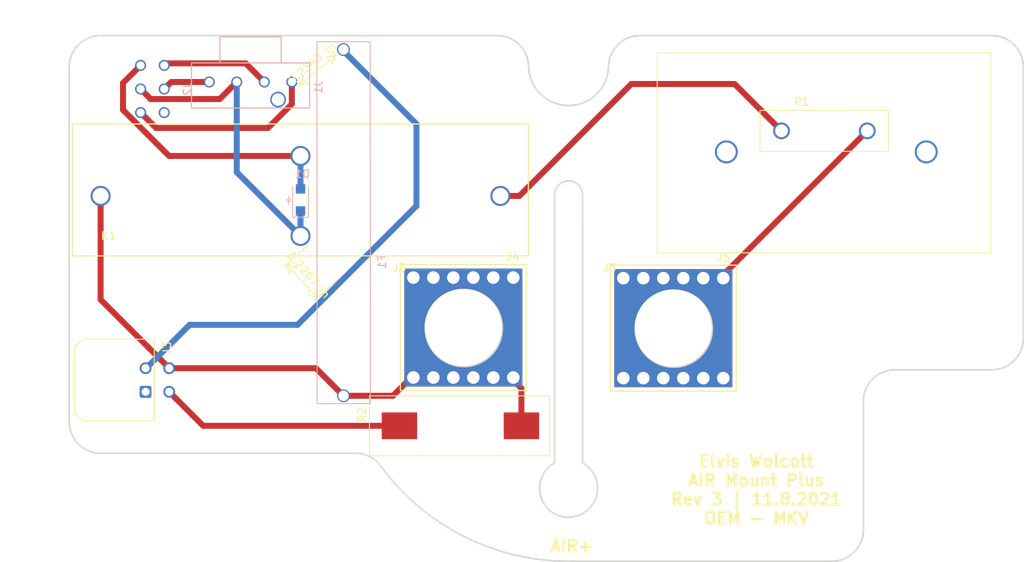
<source format=kicad_pcb>
(kicad_pcb (version 20171130) (host pcbnew 5.99.0+really5.1.10+dfsg1-1)

  (general
    (thickness 1.6)
    (drawings 29)
    (tracks 46)
    (zones 0)
    (modules 10)
    (nets 13)
  )

  (page A4)
  (layers
    (0 F.Cu signal)
    (31 B.Cu signal)
    (32 B.Adhes user)
    (33 F.Adhes user)
    (34 B.Paste user)
    (35 F.Paste user)
    (36 B.SilkS user)
    (37 F.SilkS user)
    (38 B.Mask user)
    (39 F.Mask user)
    (40 Dwgs.User user)
    (41 Cmts.User user)
    (42 Eco1.User user)
    (43 Eco2.User user)
    (44 Edge.Cuts user)
    (45 Margin user)
    (46 B.CrtYd user)
    (47 F.CrtYd user)
    (48 B.Fab user)
    (49 F.Fab user hide)
  )

  (setup
    (last_trace_width 0.762)
    (user_trace_width 0.4064)
    (user_trace_width 0.762)
    (trace_clearance 0.2)
    (zone_clearance 0.508)
    (zone_45_only no)
    (trace_min 0.2)
    (via_size 0.8)
    (via_drill 0.4)
    (via_min_size 0.4)
    (via_min_drill 0.3)
    (uvia_size 0.3)
    (uvia_drill 0.1)
    (uvias_allowed no)
    (uvia_min_size 0.2)
    (uvia_min_drill 0.1)
    (edge_width 0.05)
    (segment_width 0.2)
    (pcb_text_width 0.3)
    (pcb_text_size 1.5 1.5)
    (mod_edge_width 0.12)
    (mod_text_size 1 1)
    (mod_text_width 0.15)
    (pad_size 1.524 1.524)
    (pad_drill 0.762)
    (pad_to_mask_clearance 0.051)
    (solder_mask_min_width 0.25)
    (aux_axis_origin 0 0)
    (visible_elements FFFFFF7F)
    (pcbplotparams
      (layerselection 0x010fc_ffffffff)
      (usegerberextensions true)
      (usegerberattributes false)
      (usegerberadvancedattributes false)
      (creategerberjobfile false)
      (excludeedgelayer true)
      (linewidth 0.100000)
      (plotframeref false)
      (viasonmask false)
      (mode 1)
      (useauxorigin false)
      (hpglpennumber 1)
      (hpglpenspeed 20)
      (hpglpendiameter 15.000000)
      (psnegative false)
      (psa4output false)
      (plotreference true)
      (plotvalue true)
      (plotinvisibletext false)
      (padsonsilk false)
      (subtractmaskfromsilk false)
      (outputformat 1)
      (mirror false)
      (drillshape 0)
      (scaleselection 1)
      (outputdirectory "Airplus_gerbs"))
  )

  (net 0 "")
  (net 1 "Net-(K1-Pad2)")
  (net 2 /Coil+)
  (net 3 /GND)
  (net 4 /AUX-)
  (net 5 /Coil-)
  (net 6 "Net-(J2-Pad6)")
  (net 7 /AUX+)
  (net 8 /TSAL-)
  (net 9 /HV_TS_Fused-)
  (net 10 /HV_TS-)
  (net 11 /HV_TSMP-)
  (net 12 /HV_BAT-)

  (net_class Default "This is the default net class."
    (clearance 0.2)
    (trace_width 0.25)
    (via_dia 0.8)
    (via_drill 0.4)
    (uvia_dia 0.3)
    (uvia_drill 0.1)
    (add_net /AUX+)
    (add_net /AUX-)
    (add_net /Coil+)
    (add_net /Coil-)
    (add_net /GND)
    (add_net /HV_BAT-)
    (add_net /HV_TS-)
    (add_net /HV_TSMP-)
    (add_net /HV_TS_Fused-)
    (add_net /TSAL-)
    (add_net "Net-(J2-Pad6)")
    (add_net "Net-(K1-Pad2)")
  )

  (module footprints:Ultrafit_4 (layer B.Cu) (tedit 5C9D7519) (tstamp 5E226C84)
    (at 83.058 75.819 270)
    (path /5DB02E97)
    (fp_text reference J1 (at 0.66 -8.62 90) (layer B.SilkS)
      (effects (font (size 1 1) (thickness 0.15)) (justify mirror))
    )
    (fp_text value UF_4_VT (at 4.572 -0.508 180) (layer B.Fab) hide
      (effects (font (size 1 1) (thickness 0.15)) (justify mirror))
    )
    (fp_line (start 3.302 -7.5) (end 3.302 7.5) (layer B.SilkS) (width 0.15))
    (fp_line (start -2.42 -7.5) (end -2.42 7.5) (layer B.SilkS) (width 0.15))
    (fp_line (start -2.42 7.5) (end 3.302 7.5) (layer B.SilkS) (width 0.15))
    (fp_line (start -2.42 -7.5) (end 3.302 -7.5) (layer B.SilkS) (width 0.15))
    (fp_line (start -5.73 -3.9) (end -2.42 -3.9) (layer B.SilkS) (width 0.15))
    (fp_line (start -5.73 3.9) (end -5.73 -3.9) (layer B.SilkS) (width 0.15))
    (fp_line (start -2.42 3.9) (end -5.73 3.9) (layer B.SilkS) (width 0.15))
    (fp_line (start -5.588 -3.81) (end -5.588 3.81) (layer B.Fab) (width 0.15))
    (fp_line (start -2.54 -3.81) (end -5.588 -3.81) (layer B.Fab) (width 0.15))
    (fp_line (start -2.54 3.81) (end -2.54 -3.81) (layer B.Fab) (width 0.15))
    (fp_line (start -5.588 3.81) (end -2.54 3.81) (layer B.Fab) (width 0.15))
    (fp_text user "6.55mm Clearance" (at -4.07 0 180) (layer B.Fab)
      (effects (font (size 0.5 0.5) (thickness 0.08)) (justify mirror))
    )
    (pad 4 thru_hole circle (at 0 5.25 90) (size 1.397 1.397) (drill 1.02) (layers *.Cu *.Mask)
      (net 5 /Coil-))
    (pad 3 thru_hole circle (at 0 1.75 90) (size 1.397 1.397) (drill 1.02) (layers *.Cu *.Mask)
      (net 2 /Coil+))
    (pad "" thru_hole circle (at 2.23 -3.5 270) (size 1.981 1.981) (drill 1.6) (layers *.Cu *.Mask))
    (pad 1 thru_hole circle (at 0 -5.25 270) (size 1.397 1.397) (drill 1.02) (layers *.Cu *.Mask)
      (net 7 /AUX+))
    (pad 2 thru_hole circle (at 0 -1.75 270) (size 1.397 1.397) (drill 1.02) (layers *.Cu *.Mask)
      (net 4 /AUX-))
    (model ${OEM_DIR}/parts/3DModels/Ultrafit-4/1722861104.step
      (at (xyz 0 0 0))
      (scale (xyz 1 1 1))
      (rotate (xyz 0 0 0))
    )
  )

  (module footprints:D-Series_Cynergy_Relay (layer F.Cu) (tedit 5C788E94) (tstamp 6189D0B9)
    (at 64.008 90.297)
    (path /5E5D8E84)
    (fp_text reference K1 (at 1.016 5.08) (layer F.SilkS)
      (effects (font (size 1 1) (thickness 0.15)))
    )
    (fp_text value "DBR71210(NC)" (at 6.096 -7.112) (layer F.Fab)
      (effects (font (size 1 1) (thickness 0.15)))
    )
    (fp_line (start -3.556 7.62) (end -3.556 -9.144) (layer F.SilkS) (width 0.15))
    (fp_line (start 54.356 7.62) (end -3.556 7.62) (layer F.SilkS) (width 0.15))
    (fp_line (start 54.356 -9.144) (end 54.356 7.62) (layer F.SilkS) (width 0.15))
    (fp_line (start -3.556 -9.144) (end 54.356 -9.144) (layer F.SilkS) (width 0.15))
    (pad 4 thru_hole circle (at 25.4 5.08) (size 2.54 2.54) (drill 2.032) (layers *.Cu *.Mask)
      (net 2 /Coil+))
    (pad 3 thru_hole circle (at 25.4 -5.08) (size 2.54 2.54) (drill 2.032) (layers *.Cu *.Mask)
      (net 3 /GND))
    (pad 2 thru_hole circle (at 50.8 0) (size 2.54 2.54) (drill 2.032) (layers *.Cu *.Mask)
      (net 1 "Net-(K1-Pad2)"))
    (pad 1 thru_hole circle (at 0 0) (size 2.54 2.54) (drill 2.032) (layers *.Cu *.Mask)
      (net 10 /HV_TS-))
    (model ${OEM_DIR}/parts/3DModels/Cynergy_Relay/D_Series_Cynergy_Relays.STEP
      (offset (xyz 25.39999961853027 7.619999885559082 9.524999856948853))
      (scale (xyz 1 1 1))
      (rotate (xyz 180 0 0))
    )
  )

  (module footprints:MicroFit_RA_06 (layer B.Cu) (tedit 5C789678) (tstamp 5E2CADE0)
    (at 64.77 76.708 270)
    (path /5DB019DF)
    (fp_text reference J2 (at -0.01 -10.26 270) (layer B.SilkS)
      (effects (font (size 1 1) (thickness 0.15)) (justify mirror))
    )
    (fp_text value MicroFit_RA_06 (at -5.588 12.7 90) (layer B.Fab)
      (effects (font (size 1 1) (thickness 0.15)) (justify mirror))
    )
    (pad 6 thru_hole circle (at 3 -7.32 90) (size 1.4 1.4) (drill 1.02) (layers *.Cu *.Mask)
      (net 6 "Net-(J2-Pad6)"))
    (pad 5 thru_hole circle (at 0 -7.32 90) (size 1.4 1.4) (drill 1.02) (layers *.Cu *.Mask)
      (net 5 /Coil-))
    (pad 4 thru_hole circle (at -3 -7.32 90) (size 1.4 1.4) (drill 1.02) (layers *.Cu *.Mask)
      (net 4 /AUX-))
    (pad 3 thru_hole circle (at 3 -4.32 90) (size 1.4 1.4) (drill 1.02) (layers *.Cu *.Mask)
      (net 7 /AUX+))
    (pad 2 thru_hole circle (at 0 -4.32 90) (size 1.4 1.4) (drill 1.02) (layers *.Cu *.Mask)
      (net 2 /Coil+))
    (pad 1 thru_hole circle (at -3 -4.32 90) (size 1.4 1.4) (drill 1.02) (layers *.Cu *.Mask)
      (net 3 /GND))
    (pad "" np_thru_hole circle (at 0 0 90) (size 3 3) (drill 3) (layers *.Cu *.Mask))
    (model ${OEM_DIR}/parts/3DModels/MicroFit-6-RA/MF_RA_06.stp
      (offset (xyz 0 -0.3809999942779541 3.174999952316284))
      (scale (xyz 1 1 1))
      (rotate (xyz -90 0 180))
    )
  )

  (module footprints:R_3k_HS_TO247 (layer F.Cu) (tedit 5E5FF9CF) (tstamp 6189C48F)
    (at 161.43 82.03 180)
    (descr "Resistor, Radial_Power series, Radial, pin pitch=5.00mm, 2W, length*width=11*7mm^2, http://www.vishay.com/docs/30218/cpcx.pdf")
    (tags "Resistor Radial_Power series Radial pin pitch 5.00mm 2W length 11mm width 7mm")
    (path /5E59D5EA)
    (fp_text reference R1 (at 8.3439 3.683) (layer F.SilkS)
      (effects (font (size 1 1) (thickness 0.15)))
    )
    (fp_text value R_3K_HS (at 5.08 5.08) (layer F.Fab) hide
      (effects (font (size 1 1) (thickness 0.15)))
    )
    (fp_line (start 26.77 10) (end 26.77 -15.6) (layer F.CrtYd) (width 0.05))
    (fp_line (start -15.83 -15.6) (end -15.83 10) (layer F.CrtYd) (width 0.05))
    (fp_line (start -15.83 -15.6) (end 26.77 -15.6) (layer F.CrtYd) (width 0.05))
    (fp_line (start -15.83 10) (end 26.77 10) (layer F.CrtYd) (width 0.05))
    (fp_line (start 26.692 -15.5) (end 26.692 9.9) (layer F.SilkS) (width 0.12))
    (fp_line (start -15.708 -15.5) (end -15.708 9.9) (layer F.SilkS) (width 0.12))
    (fp_line (start 26.692 -15.5) (end -15.708 -15.5) (layer F.SilkS) (width 0.12))
    (fp_line (start 13.622 -2.6) (end -2.678 -2.6) (layer F.SilkS) (width 0.12))
    (fp_line (start 26.47 9.7) (end 26.47 -15.3) (layer F.Fab) (width 0.1))
    (fp_line (start -15.53 9.7) (end -15.53 -15.3) (layer F.Fab) (width 0.1))
    (fp_line (start -15.53 -15.3) (end 26.47 -15.3) (layer F.Fab) (width 0.1))
    (fp_line (start -15.53 9.7) (end 26.47 9.7) (layer F.Fab) (width 0.1))
    (fp_line (start -2.8 -2.7) (end 13.7 -2.7) (layer F.CrtYd) (width 0.05))
    (fp_line (start 13.7 2.7) (end 13.7 -2.7) (layer F.CrtYd) (width 0.05))
    (fp_line (start 13.7 2.7) (end -2.8 2.7) (layer F.CrtYd) (width 0.05))
    (fp_line (start -2.8 -2.7) (end -2.8 2.7) (layer F.CrtYd) (width 0.05))
    (fp_line (start -2.678 2.6) (end -2.678 -2.6) (layer F.SilkS) (width 0.12))
    (fp_line (start 13.622 2.6) (end 13.622 -2.6) (layer F.SilkS) (width 0.12))
    (fp_line (start 26.692 9.9) (end -15.708 9.9) (layer F.SilkS) (width 0.12))
    (fp_line (start 13.622 2.6) (end -2.678 2.6) (layer F.SilkS) (width 0.12))
    (fp_line (start -2.55 -2.4) (end 13.45 -2.4) (layer F.Fab) (width 0.1))
    (fp_line (start 13.45 2.4) (end 13.45 -2.4) (layer F.Fab) (width 0.1))
    (fp_line (start -2.55 2.4) (end 13.45 2.4) (layer F.Fab) (width 0.1))
    (fp_line (start -2.55 2.4) (end -2.55 -2.4) (layer F.Fab) (width 0.1))
    (pad 5 thru_hole circle (at 17.907 -2.67 180) (size 2.9 2.9) (drill 2.4) (layers *.Cu *.Mask))
    (pad 4 thru_hole circle (at -7.493 -2.67 180) (size 2.9 2.9) (drill 2.4) (layers *.Cu *.Mask))
    (pad 2 thru_hole circle (at 10.9 0 180) (size 2.12 2.12) (drill 1.62) (layers *.Cu *.Mask)
      (net 1 "Net-(K1-Pad2)"))
    (pad 1 thru_hole circle (at 0 0 180) (size 2.12 2.12) (drill 1.62) (layers *.Cu *.Mask)
      (net 12 /HV_BAT-))
    (model "${OEM_DIR}/parts/3DModels/AP101_3k_resistor/TIP 144_sp.wrl"
      (at (xyz 0 0 0))
      (scale (xyz 1 1 1))
      (rotate (xyz 0 0 0))
    )
    (model ${OEM_DIR}/parts/3DModels/R_3K_heatsink/RA-T2X-51E_sp001_sp.wrl
      (at (xyz 0 0 0))
      (scale (xyz 1 1 1))
      (rotate (xyz 0 0 0))
    )
  )

  (module footprints:MicroFit_RA_4 (layer F.Cu) (tedit 5E5ABDB9) (tstamp 6189C795)
    (at 69.723 115.189 90)
    (descr "Molex Micro-Fit 3.0 Connector System, 43045-0400 (compatible alternatives: 43045-0401, 43045-0402), 2 Pins per row (https://www.molex.com/pdm_docs/sd/430450200_sd.pdf), generated with kicad-footprint-generator")
    (tags "connector Molex Micro-Fit_3.0 top entry")
    (path /5DF102AC)
    (fp_text reference J3 (at 5.55 2.73 90) (layer F.SilkS)
      (effects (font (size 1 1) (thickness 0.15)))
    )
    (fp_text value MicroFit_RA_4 (at 1.5 5.7 90) (layer F.Fab)
      (effects (font (size 1 1) (thickness 0.15)))
    )
    (fp_line (start -1.25 1.49) (end -4.08 1.49) (layer F.CrtYd) (width 0.05))
    (fp_line (start -1.25 4.25) (end -1.25 1.49) (layer F.CrtYd) (width 0.05))
    (fp_line (start 4.25 4.25) (end -1.25 4.25) (layer F.CrtYd) (width 0.05))
    (fp_line (start 4.25 1.49) (end 4.25 4.25) (layer F.CrtYd) (width 0.05))
    (fp_line (start 7.08 1.49) (end 4.25 1.49) (layer F.CrtYd) (width 0.05))
    (fp_line (start 7.08 -9.42) (end 7.08 1.49) (layer F.CrtYd) (width 0.05))
    (fp_line (start -4.08 -9.42) (end 7.08 -9.42) (layer F.CrtYd) (width 0.05))
    (fp_line (start -4.08 1.49) (end -4.08 -9.42) (layer F.CrtYd) (width 0.05))
    (fp_line (start 6.685 1.1) (end -3.685 1.1) (layer F.SilkS) (width 0.12))
    (fp_line (start 6.685 -8.03) (end 6.685 1.1) (layer F.SilkS) (width 0.12))
    (fp_line (start 5.685 -9.03) (end 6.685 -8.03) (layer F.SilkS) (width 0.12))
    (fp_line (start -2.685 -9.03) (end 5.685 -9.03) (layer F.SilkS) (width 0.12))
    (fp_line (start -3.685 -8.03) (end -2.685 -9.03) (layer F.SilkS) (width 0.12))
    (fp_line (start -3.685 1.1) (end -3.685 -8.03) (layer F.SilkS) (width 0.12))
    (fp_line (start 0 0) (end 0.75 0.99) (layer F.Fab) (width 0.1))
    (fp_line (start -0.75 0.99) (end 0 0) (layer F.Fab) (width 0.1))
    (fp_line (start 6.575 0.99) (end -3.575 0.99) (layer F.Fab) (width 0.1))
    (fp_line (start 6.575 -7.92) (end 6.575 0.99) (layer F.Fab) (width 0.1))
    (fp_line (start 5.575 -8.92) (end 6.575 -7.92) (layer F.Fab) (width 0.1))
    (fp_line (start -2.575 -8.92) (end 5.575 -8.92) (layer F.Fab) (width 0.1))
    (fp_line (start -3.575 -7.92) (end -2.575 -8.92) (layer F.Fab) (width 0.1))
    (fp_line (start -3.575 0.99) (end -3.575 -7.92) (layer F.Fab) (width 0.1))
    (fp_text user %R (at 1.5 -8.22 90) (layer F.Fab)
      (effects (font (size 1 1) (thickness 0.15)))
    )
    (pad 4 thru_hole circle (at 3 3 90) (size 1.5 1.5) (drill 1.02) (layers *.Cu *.Mask)
      (net 10 /HV_TS-))
    (pad 3 thru_hole circle (at 0 3 90) (size 1.5 1.5) (drill 1.02) (layers *.Cu *.Mask)
      (net 11 /HV_TSMP-))
    (pad 2 thru_hole circle (at 3 0 90) (size 1.5 1.5) (drill 1.02) (layers *.Cu *.Mask)
      (net 9 /HV_TS_Fused-))
    (pad 1 thru_hole roundrect (at 0 0 90) (size 1.5 1.5) (drill 1.02) (layers *.Cu *.Mask) (roundrect_rratio 0.166667)
      (net 8 /TSAL-))
    (pad "" np_thru_hole circle (at 1.5 -4.32 90) (size 3 3) (drill 3) (layers *.Cu *.Mask))
    (model ${OEM_DIR}/parts/3DModels/MICROFIT4RA/43045-0400_stp/430450400.stp
      (offset (xyz 1.5 4 4))
      (scale (xyz 1 1 1))
      (rotate (xyz -90 0 180))
    )
  )

  (module footprints:redcube_7461166 (layer F.Cu) (tedit 5E2B402A) (tstamp 5E227DD1)
    (at 110.0986 107.0226)
    (path /5E2F97D2)
    (fp_text reference J4 (at 6.3114 -8.9826) (layer F.SilkS)
      (effects (font (size 1 1) (thickness 0.15)))
    )
    (fp_text value redcude_7461166 (at 0.02 9.45) (layer F.Fab)
      (effects (font (size 1 1) (thickness 0.15)))
    )
    (fp_line (start -8 8) (end -8 -8) (layer F.SilkS) (width 0.15))
    (fp_line (start 8 8) (end -8 8) (layer F.SilkS) (width 0.15))
    (fp_line (start 8 -8) (end 8 8) (layer F.SilkS) (width 0.15))
    (fp_line (start -8 -8) (end 8 -8) (layer F.SilkS) (width 0.15))
    (fp_text user J3 (at -8.128 -7.62) (layer F.SilkS)
      (effects (font (size 1 1) (thickness 0.15)))
    )
    (fp_text user Redcube_7461166 (at -4.064 -9.652) (layer F.Fab)
      (effects (font (size 1 1) (thickness 0.15)))
    )
    (pad 1 thru_hole circle (at -3.81 -6.35) (size 1.7 1.7) (drill 1.6) (layers *.Cu *.Mask)
      (net 10 /HV_TS-))
    (pad 1 thru_hole circle (at 6.349999 -6.35) (size 1.7 1.7) (drill 1.6) (layers *.Cu *.Mask)
      (net 10 /HV_TS-))
    (pad 1 thru_hole circle (at -6.35 -6.349999) (size 1.7 1.7) (drill 1.6) (layers *.Cu *.Mask)
      (net 10 /HV_TS-))
    (pad 1 thru_hole circle (at 1.27 -6.35) (size 1.7 1.7) (drill 1.6) (layers *.Cu *.Mask)
      (net 10 /HV_TS-))
    (pad 1 thru_hole circle (at -1.27 -6.35) (size 1.7 1.7) (drill 1.6) (layers *.Cu *.Mask)
      (net 10 /HV_TS-))
    (pad 1 thru_hole circle (at 3.81 -6.35) (size 1.7 1.7) (drill 1.6) (layers *.Cu *.Mask)
      (net 10 /HV_TS-))
    (pad 1 thru_hole circle (at -6.349999 6.35) (size 1.7 1.7) (drill 1.6) (layers *.Cu *.Mask)
      (net 10 /HV_TS-))
    (pad 1 thru_hole circle (at -3.81 6.35) (size 1.7 1.7) (drill 1.6) (layers *.Cu *.Mask)
      (net 10 /HV_TS-))
    (pad 1 thru_hole circle (at -1.27 6.35) (size 1.7 1.7) (drill 1.6) (layers *.Cu *.Mask)
      (net 10 /HV_TS-))
    (pad 1 thru_hole circle (at 1.27 6.35) (size 1.7 1.7) (drill 1.6) (layers *.Cu *.Mask)
      (net 10 /HV_TS-))
    (pad 1 thru_hole circle (at 6.35 6.349999) (size 1.7 1.7) (drill 1.6) (layers *.Cu *.Mask)
      (net 10 /HV_TS-))
    (pad 1 thru_hole circle (at 3.81 6.35) (size 1.7 1.7) (drill 1.6) (layers *.Cu *.Mask)
      (net 10 /HV_TS-))
    (pad 1 thru_hole rect (at 0 0) (size 15 15) (drill 9.8) (layers *.Cu *.Mask)
      (net 10 /HV_TS-))
    (model ${OEM_DIR}/parts/3DModels/redcube_7461166/redcube_7461166.stp
      (at (xyz 0 0 0))
      (scale (xyz 1 1 1))
      (rotate (xyz 0 0 0))
    )
  )

  (module footprints:R_TSMP_SMD_5329 (layer F.Cu) (tedit 61820A1A) (tstamp 5E234BB4)
    (at 109.601 119.507)
    (path /5E57A605)
    (fp_text reference R2 (at -12.36 -1.38 90) (layer F.SilkS)
      (effects (font (size 1 1) (thickness 0.15)))
    )
    (fp_text value R_10K_HV (at -3.81 5.08) (layer F.Fab)
      (effects (font (size 1 1) (thickness 0.15)))
    )
    (fp_line (start 11.43 -3.81) (end 11.43 3.81) (layer F.SilkS) (width 0.12))
    (fp_line (start 11.43 3.81) (end -11.43 3.81) (layer F.SilkS) (width 0.12))
    (fp_line (start -11.43 3.81) (end -11.43 -2.54) (layer F.SilkS) (width 0.12))
    (fp_line (start -5.08 -3.81) (end 11.43 -3.81) (layer F.SilkS) (width 0.12))
    (fp_line (start -5.08 -3.81) (end -11.43 -3.81) (layer F.SilkS) (width 0.12))
    (fp_line (start -11.43 -3.81) (end -11.43 -2.54) (layer F.SilkS) (width 0.12))
    (pad 1 smd rect (at -7.62 0) (size 4.5 3.4) (layers F.Cu F.Paste F.Mask)
      (net 11 /HV_TSMP-))
    (pad 2 smd rect (at 7.88 0) (size 4.5 3.4) (layers F.Cu F.Paste F.Mask)
      (net 10 /HV_TS-))
    (model ${OEM_DIR}/parts/3DModels/R_SMD_5329/R_SMD_5329.STEP
      (at (xyz 0 0 0))
      (scale (xyz 1 1 1))
      (rotate (xyz -90 0 0))
    )
  )

  (module footprints:redcube_7461166 (layer F.Cu) (tedit 5E2B402A) (tstamp 5E227EDE)
    (at 136.7813 107.0988)
    (path /5E2FA0CC)
    (fp_text reference J5 (at 6.4087 -8.9888) (layer F.SilkS)
      (effects (font (size 1 1) (thickness 0.15)))
    )
    (fp_text value redcude_7461166 (at 0.02 9.45) (layer F.Fab)
      (effects (font (size 1 1) (thickness 0.15)))
    )
    (fp_line (start -8 8) (end -8 -8) (layer F.SilkS) (width 0.15))
    (fp_line (start 8 8) (end -8 8) (layer F.SilkS) (width 0.15))
    (fp_line (start 8 -8) (end 8 8) (layer F.SilkS) (width 0.15))
    (fp_line (start -8 -8) (end 8 -8) (layer F.SilkS) (width 0.15))
    (fp_text user J3 (at -8.128 -7.62) (layer F.SilkS)
      (effects (font (size 1 1) (thickness 0.15)))
    )
    (fp_text user Redcube_7461166 (at -4.064 -9.652) (layer F.Fab)
      (effects (font (size 1 1) (thickness 0.15)))
    )
    (pad 1 thru_hole circle (at -3.81 -6.35) (size 1.7 1.7) (drill 1.6) (layers *.Cu *.Mask)
      (net 12 /HV_BAT-))
    (pad 1 thru_hole circle (at 6.349999 -6.35) (size 1.7 1.7) (drill 1.6) (layers *.Cu *.Mask)
      (net 12 /HV_BAT-))
    (pad 1 thru_hole circle (at -6.35 -6.349999) (size 1.7 1.7) (drill 1.6) (layers *.Cu *.Mask)
      (net 12 /HV_BAT-))
    (pad 1 thru_hole circle (at 1.27 -6.35) (size 1.7 1.7) (drill 1.6) (layers *.Cu *.Mask)
      (net 12 /HV_BAT-))
    (pad 1 thru_hole circle (at -1.27 -6.35) (size 1.7 1.7) (drill 1.6) (layers *.Cu *.Mask)
      (net 12 /HV_BAT-))
    (pad 1 thru_hole circle (at 3.81 -6.35) (size 1.7 1.7) (drill 1.6) (layers *.Cu *.Mask)
      (net 12 /HV_BAT-))
    (pad 1 thru_hole circle (at -6.349999 6.35) (size 1.7 1.7) (drill 1.6) (layers *.Cu *.Mask)
      (net 12 /HV_BAT-))
    (pad 1 thru_hole circle (at -3.81 6.35) (size 1.7 1.7) (drill 1.6) (layers *.Cu *.Mask)
      (net 12 /HV_BAT-))
    (pad 1 thru_hole circle (at -1.27 6.35) (size 1.7 1.7) (drill 1.6) (layers *.Cu *.Mask)
      (net 12 /HV_BAT-))
    (pad 1 thru_hole circle (at 1.27 6.35) (size 1.7 1.7) (drill 1.6) (layers *.Cu *.Mask)
      (net 12 /HV_BAT-))
    (pad 1 thru_hole circle (at 6.35 6.349999) (size 1.7 1.7) (drill 1.6) (layers *.Cu *.Mask)
      (net 12 /HV_BAT-))
    (pad 1 thru_hole circle (at 3.81 6.35) (size 1.7 1.7) (drill 1.6) (layers *.Cu *.Mask)
      (net 12 /HV_BAT-))
    (pad 1 thru_hole rect (at 0 0) (size 15 15) (drill 9.8) (layers *.Cu *.Mask)
      (net 12 /HV_BAT-))
    (model ${OEM_DIR}/parts/3DModels/redcube_7461166/redcube_7461166.stp
      (at (xyz 0 0 0))
      (scale (xyz 1 1 1))
      (rotate (xyz 0 0 0))
    )
  )

  (module footprints:D_SOD-123W_OEM (layer B.Cu) (tedit 5C16A992) (tstamp 6189CB21)
    (at 89.408 90.808 90)
    (descr D_SOD-123F)
    (tags D_SOD-123F)
    (path /5DAE7FAE)
    (attr smd)
    (fp_text reference D1 (at 3.3147 0.2413 180) (layer B.SilkS)
      (effects (font (size 1 1) (thickness 0.15)) (justify mirror))
    )
    (fp_text value SS110LW (at -0.25 -2.1 270) (layer B.Fab) hide
      (effects (font (size 1 1) (thickness 0.25)) (justify mirror))
    )
    (fp_line (start -2.2 1) (end 1.65 1) (layer B.SilkS) (width 0.12))
    (fp_line (start -2.2 -1) (end 1.65 -1) (layer B.SilkS) (width 0.12))
    (fp_line (start -2.3 1.15) (end -2.3 -1.15) (layer B.CrtYd) (width 0.05))
    (fp_line (start 2.2 -1.15) (end -2.3 -1.15) (layer B.CrtYd) (width 0.05))
    (fp_line (start 2.2 1.15) (end 2.2 -1.15) (layer B.CrtYd) (width 0.05))
    (fp_line (start -2.3 1.15) (end 2.2 1.15) (layer B.CrtYd) (width 0.05))
    (fp_line (start -1.4 0.9) (end 1.4 0.9) (layer B.Fab) (width 0.1))
    (fp_line (start 1.4 0.9) (end 1.4 -0.9) (layer B.Fab) (width 0.1))
    (fp_line (start 1.4 -0.9) (end -1.4 -0.9) (layer B.Fab) (width 0.1))
    (fp_line (start -1.4 -0.9) (end -1.4 0.9) (layer B.Fab) (width 0.1))
    (fp_line (start -0.75 0) (end -0.35 0) (layer B.Fab) (width 0.1))
    (fp_line (start -0.35 0) (end -0.35 0.55) (layer B.Fab) (width 0.1))
    (fp_line (start -0.35 0) (end -0.35 -0.55) (layer B.Fab) (width 0.1))
    (fp_line (start -0.35 0) (end 0.25 0.4) (layer B.Fab) (width 0.1))
    (fp_line (start 0.25 0.4) (end 0.25 -0.4) (layer B.Fab) (width 0.1))
    (fp_line (start 0.25 -0.4) (end -0.35 0) (layer B.Fab) (width 0.1))
    (fp_line (start 0.25 0) (end 0.75 0) (layer B.Fab) (width 0.1))
    (fp_line (start -2.2 1) (end -2.2 -1) (layer B.SilkS) (width 0.12))
    (fp_line (start -0.2 -1.25) (end -0.2 -1.75) (layer B.SilkS) (width 0.1))
    (fp_line (start -0.2 -1.5) (end -0.2 -1.25) (layer B.SilkS) (width 0.1))
    (fp_line (start -0.6 -1.5) (end -0.2 -1.5) (layer B.SilkS) (width 0.1))
    (fp_line (start 0.1 -1.7) (end -0.2 -1.5) (layer B.SilkS) (width 0.1))
    (fp_line (start 0.1 -1.3) (end 0.1 -1.7) (layer B.SilkS) (width 0.1))
    (fp_line (start -0.2 -1.5) (end 0.1 -1.3) (layer B.SilkS) (width 0.1))
    (fp_line (start 0.1 -1.5) (end 0.5 -1.5) (layer B.SilkS) (width 0.1))
    (fp_text user %R (at -0.127 1.905 270) (layer B.Fab) hide
      (effects (font (size 1 1) (thickness 0.15)) (justify mirror))
    )
    (pad 2 smd rect (at 1.4 0 90) (size 1.2 1.2) (layers B.Cu B.Paste B.Mask)
      (net 3 /GND))
    (pad 1 smd rect (at -1.4 0 90) (size 1.2 1.2) (layers B.Cu B.Paste B.Mask)
      (net 2 /Coil+))
    (model ${OEM_DIR}/parts/3DModels/SOD-123_OEM/SOD-123.step
      (at (xyz 0 0 0))
      (scale (xyz 1 1 1))
      (rotate (xyz 0 0 0))
    )
  )

  (module footprints:Fuse_1A_600V (layer B.Cu) (tedit 5E586DA8) (tstamp 6189D158)
    (at 94.869 115.697 90)
    (path /5E58C68C)
    (fp_text reference F1 (at 17 4.9 90) (layer B.SilkS)
      (effects (font (size 1 1) (thickness 0.15)) (justify mirror))
    )
    (fp_text value F_1A_600V (at 14.48 4.26 90) (layer B.Fab)
      (effects (font (size 1 1) (thickness 0.15)) (justify mirror))
    )
    (fp_line (start 45 3.395) (end -1 3.41) (layer B.SilkS) (width 0.12))
    (fp_line (start 45 -3.38) (end -1 -3.35) (layer B.SilkS) (width 0.12))
    (fp_line (start 45 3.38) (end 45 -3.38) (layer B.SilkS) (width 0.12))
    (fp_line (start -1 3.41) (end -1 -3.35) (layer B.SilkS) (width 0.12))
    (pad 2 thru_hole circle (at 44 0 90) (size 1.62 1.62) (drill 1.31) (layers *.Cu *.Mask)
      (net 9 /HV_TS_Fused-))
    (pad 1 thru_hole circle (at 0 0 90) (size 1.62 1.62) (drill 1.31) (layers *.Cu *.Mask)
      (net 10 /HV_TS-))
  )

  (dimension 5.758578 (width 0.12) (layer F.SilkS)
    (gr_text "5.759 mm" (at 88.621251 101.950543 311.4236656) (layer F.SilkS)
      (effects (font (size 1 1) (thickness 0.15)))
    )
    (feature1 (pts (xy 94.234 100.838) (xy 91.038825 103.657272)))
    (feature2 (pts (xy 90.424 96.52) (xy 87.228825 99.339272)))
    (crossbar (pts (xy 87.668545 98.951284) (xy 91.478545 103.269284)))
    (arrow1a (pts (xy 91.478545 103.269284) (xy 90.293505 102.812577)))
    (arrow1b (pts (xy 91.478545 103.269284) (xy 91.172946 102.0366)))
    (arrow2a (pts (xy 87.668545 98.951284) (xy 87.974144 100.183968)))
    (arrow2b (pts (xy 87.668545 98.951284) (xy 88.853585 99.407991)))
  )
  (dimension 5.95141 (width 0.15) (layer F.SilkS)
    (gr_text "5.951 mm" (at 90.757662 73.298395 39.8) (layer F.SilkS)
      (effects (font (size 1 1) (thickness 0.15)))
    )
    (feature1 (pts (xy 89.408 76.327) (xy 88.928485 75.751582)))
    (feature2 (pts (xy 93.98 72.517) (xy 93.500485 71.941582)))
    (crossbar (pts (xy 93.875902 72.392083) (xy 89.303902 76.202083)))
    (arrow1a (pts (xy 89.303902 76.202083) (xy 89.793889 75.030412)))
    (arrow1b (pts (xy 89.303902 76.202083) (xy 90.544724 75.931414)))
    (arrow2a (pts (xy 93.875902 72.392083) (xy 92.63508 72.662752)))
    (arrow2b (pts (xy 93.875902 72.392083) (xy 93.385915 73.563754)))
  )
  (gr_text AIR+ (at 123.86 134.81) (layer F.SilkS) (tstamp 5E233E0A)
    (effects (font (size 1.5 1.5) (thickness 0.3)))
  )
  (gr_text "Elvis Wolcott\nAIR Mount Plus\nRev 3 | 11.8.2021\nOEM - MKV" (at 147.32 127.635) (layer F.SilkS) (tstamp 5E376BB1)
    (effects (font (size 1.5 1.5) (thickness 0.3)))
  )
  (gr_line (start 181.261096 108.387809) (end 181.261096 73.917809) (layer Edge.Cuts) (width 0.2))
  (gr_line (start 156.941096 136.719809) (end 123.476707 136.719809) (layer Edge.Cuts) (width 0.2))
  (gr_line (start 60.02 119) (end 60.02 73.91781) (layer Edge.Cuts) (width 0.2))
  (gr_arc (start 156.941096 132.719809) (end 156.941096 136.719809) (angle -90) (layer Edge.Cuts) (width 0.2))
  (gr_line (start 96.393667 123.000001) (end 64.02 123.000001) (layer Edge.Cuts) (width 0.2))
  (gr_arc (start 123.476707 107.128809) (end 99.618703 124.633749) (angle -53.73199979) (layer Edge.Cuts) (width 0.2))
  (gr_arc (start 123.476707 127.448809) (end 121.700905 124.220975) (angle -302.4) (layer Edge.Cuts) (width 0.2))
  (gr_line (start 125.250535 124.21989) (end 125.252508 90.036643) (layer Edge.Cuts) (width 0.2))
  (gr_arc (start 123.476707 90.15881) (end 125.252509 90.036644) (angle -172.1290943) (layer Edge.Cuts) (width 0.2))
  (gr_line (start 121.700905 90.036643) (end 121.700905 124.220975) (layer Edge.Cuts) (width 0.2))
  (gr_arc (start 177.261096 108.387809) (end 177.261096 112.387809) (angle -90) (layer Edge.Cuts) (width 0.2))
  (gr_arc (start 164.941097 116.387809) (end 164.941097 112.387809) (angle -90) (layer Edge.Cuts) (width 0.2))
  (gr_line (start 132.554718 69.917811) (end 177.261096 69.917809) (layer Edge.Cuts) (width 0.2))
  (gr_arc (start 114.398696 73.91781) (end 118.397821 73.83411) (angle -88.80099199) (layer Edge.Cuts) (width 0.2))
  (gr_line (start 160.941096 116.387809) (end 160.941096 132.719809) (layer Edge.Cuts) (width 0.2))
  (gr_arc (start 96.393667 127) (end 99.618703 124.633749) (angle -53.73200771) (layer Edge.Cuts) (width 0.2))
  (gr_circle (center 110.163455 107.087144) (end 115.063456 107.087144) (layer Edge.Cuts) (width 0.2))
  (gr_line (start 64.02 69.917811) (end 114.398696 69.917809) (layer Edge.Cuts) (width 0.2))
  (gr_arc (start 177.261096 73.917809) (end 181.261096 73.917809) (angle -90.00000194) (layer Edge.Cuts) (width 0.2))
  (gr_arc (start 64.02 73.91781) (end 64.02 69.91781) (angle -90) (layer Edge.Cuts) (width 0.2))
  (gr_arc (start 123.476707 73.727811) (end 118.39782 73.83411) (angle -177.6019899) (layer Edge.Cuts) (width 0.2))
  (gr_circle (center 136.846156 107.163344) (end 141.746155 107.163344) (layer Edge.Cuts) (width 0.2))
  (gr_arc (start 132.554717 73.91781) (end 132.554718 69.917811) (angle -88.80099199) (layer Edge.Cuts) (width 0.2))
  (gr_line (start 177.261096 112.387808) (end 164.941097 112.387808) (layer Edge.Cuts) (width 0.2))
  (gr_arc (start 64.02 119) (end 60.02 119) (angle -90) (layer Edge.Cuts) (width 0.2))

  (segment (start 114.808 90.297) (end 117.221 90.297) (width 0.762) (layer F.Cu) (net 1))
  (segment (start 117.221 90.297) (end 131.445 76.073) (width 0.762) (layer F.Cu) (net 1))
  (segment (start 144.573 76.073) (end 150.53 82.03) (width 0.762) (layer F.Cu) (net 1))
  (segment (start 131.445 76.073) (end 144.573 76.073) (width 0.762) (layer F.Cu) (net 1))
  (segment (start 70.371001 77.989001) (end 69.09 76.708) (width 0.762) (layer F.Cu) (net 2))
  (segment (start 79.137999 77.989001) (end 70.371001 77.989001) (width 0.762) (layer F.Cu) (net 2))
  (segment (start 81.308 75.819) (end 79.137999 77.989001) (width 0.762) (layer F.Cu) (net 2))
  (segment (start 81.308 87.277) (end 89.408 95.377) (width 0.762) (layer B.Cu) (net 2))
  (segment (start 81.308 75.819) (end 81.308 87.277) (width 0.762) (layer B.Cu) (net 2))
  (segment (start 89.408 92.208) (end 89.408 95.377) (width 0.762) (layer B.Cu) (net 2))
  (segment (start 72.703118 85.217) (end 89.408 85.217) (width 0.762) (layer F.Cu) (net 3))
  (segment (start 66.851001 79.364883) (end 72.703118 85.217) (width 0.762) (layer F.Cu) (net 3))
  (segment (start 66.851001 75.946999) (end 66.851001 79.364883) (width 0.762) (layer F.Cu) (net 3))
  (segment (start 69.09 73.708) (end 66.851001 75.946999) (width 0.762) (layer F.Cu) (net 3))
  (segment (start 89.408 85.217) (end 89.408 85.344) (width 0.762) (layer B.Cu) (net 3))
  (segment (start 89.408 85.344) (end 89.408 89.408) (width 0.762) (layer B.Cu) (net 3))
  (segment (start 72.09 73.708) (end 72.09 73.452) (width 0.762) (layer F.Cu) (net 4))
  (segment (start 82.441 73.452) (end 84.808 75.819) (width 0.762) (layer F.Cu) (net 4))
  (segment (start 72.09 73.452) (end 82.441 73.452) (width 0.762) (layer F.Cu) (net 4))
  (segment (start 72.979 75.819) (end 72.09 76.708) (width 0.762) (layer F.Cu) (net 5))
  (segment (start 77.808 75.819) (end 72.979 75.819) (width 0.762) (layer F.Cu) (net 5))
  (segment (start 71.043 81.661) (end 69.09 79.708) (width 0.762) (layer F.Cu) (net 7))
  (segment (start 85.271822 81.661) (end 71.043 81.661) (width 0.762) (layer F.Cu) (net 7))
  (segment (start 88.308 78.624822) (end 85.271822 81.661) (width 0.762) (layer F.Cu) (net 7))
  (segment (start 88.308 75.819) (end 88.308 78.624822) (width 0.762) (layer F.Cu) (net 7))
  (segment (start 69.723 112.189) (end 69.802 112.189) (width 0.762) (layer B.Cu) (net 9))
  (segment (start 69.802 112.189) (end 75.311 106.68) (width 0.762) (layer B.Cu) (net 9))
  (segment (start 75.311 106.68) (end 89.027 106.68) (width 0.762) (layer B.Cu) (net 9))
  (segment (start 89.027 106.68) (end 104.14 91.567) (width 0.762) (layer B.Cu) (net 9))
  (segment (start 94.869 71.882) (end 94.869 71.697) (width 0.762) (layer B.Cu) (net 9))
  (segment (start 104.14 81.153) (end 94.869 71.882) (width 0.762) (layer B.Cu) (net 9))
  (segment (start 104.14 91.567) (end 104.14 81.153) (width 0.762) (layer B.Cu) (net 9))
  (segment (start 117.481 114.743019) (end 113.940306 111.202325) (width 0.762) (layer F.Cu) (net 10))
  (segment (start 117.481 119.507) (end 117.481 114.743019) (width 0.762) (layer F.Cu) (net 10))
  (segment (start 105.907004 110.713253) (end 105.839381 110.62292) (width 0.762) (layer F.Cu) (net 10))
  (segment (start 105.907004 110.938602) (end 105.907004 110.713253) (width 0.762) (layer F.Cu) (net 10))
  (segment (start 101.148606 115.697) (end 105.907004 110.938602) (width 0.762) (layer F.Cu) (net 10))
  (segment (start 94.869 115.697) (end 101.148606 115.697) (width 0.762) (layer F.Cu) (net 10))
  (segment (start 91.361 112.189) (end 94.869 115.697) (width 0.762) (layer F.Cu) (net 10))
  (segment (start 72.723 112.189) (end 91.361 112.189) (width 0.762) (layer F.Cu) (net 10))
  (segment (start 64.008 103.474) (end 72.723 112.189) (width 0.762) (layer F.Cu) (net 10))
  (segment (start 64.008 90.297) (end 64.008 103.474) (width 0.762) (layer F.Cu) (net 10))
  (segment (start 77.041 119.507) (end 72.723 115.189) (width 0.762) (layer F.Cu) (net 11))
  (segment (start 101.981 119.507) (end 77.041 119.507) (width 0.762) (layer F.Cu) (net 11))
  (segment (start 143.131299 100.328701) (end 143.131299 100.7488) (width 0.762) (layer F.Cu) (net 12))
  (segment (start 161.43 82.03) (end 143.131299 100.328701) (width 0.762) (layer F.Cu) (net 12))

)

</source>
